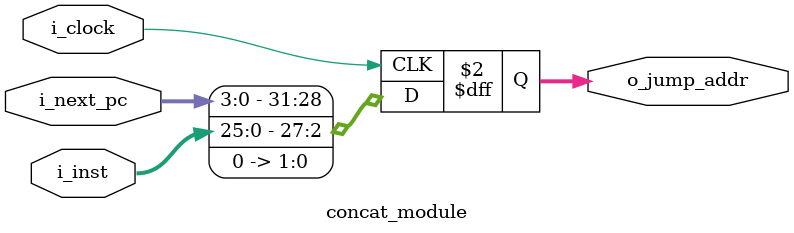
<source format=v>
`timescale 1ns / 1ps

module concat_module#(
    parameter NB_ADDR       = 26,    // Jump address in J type instructions          
    parameter NB_PC         = 32,            
    parameter NB_UPPER_PC   = 4,     // Number of bits of upper PC+1
    parameter NB_LOWER_BITS = 2
  ) 
  ( 
    input i_clock,
    input [NB_ADDR-1:0]     i_inst,                           
    input [NB_UPPER_PC-1:0] i_next_pc,   // PC+1[31:28]                
    output reg [NB_PC-1:0]  o_jump_addr         
  );

    // always@(i_inst, i_next_pc) begin
    always@(posedge i_clock) begin  
        o_jump_addr[NB_LOWER_BITS-1:0] <= 2'b00; // [1:0]
        o_jump_addr[NB_ADDR+1:NB_LOWER_BITS] <= i_inst; // [27:2]
        o_jump_addr[NB_PC-1:NB_ADDR+2] <= i_next_pc; // [31:28]
    end
endmodule
</source>
